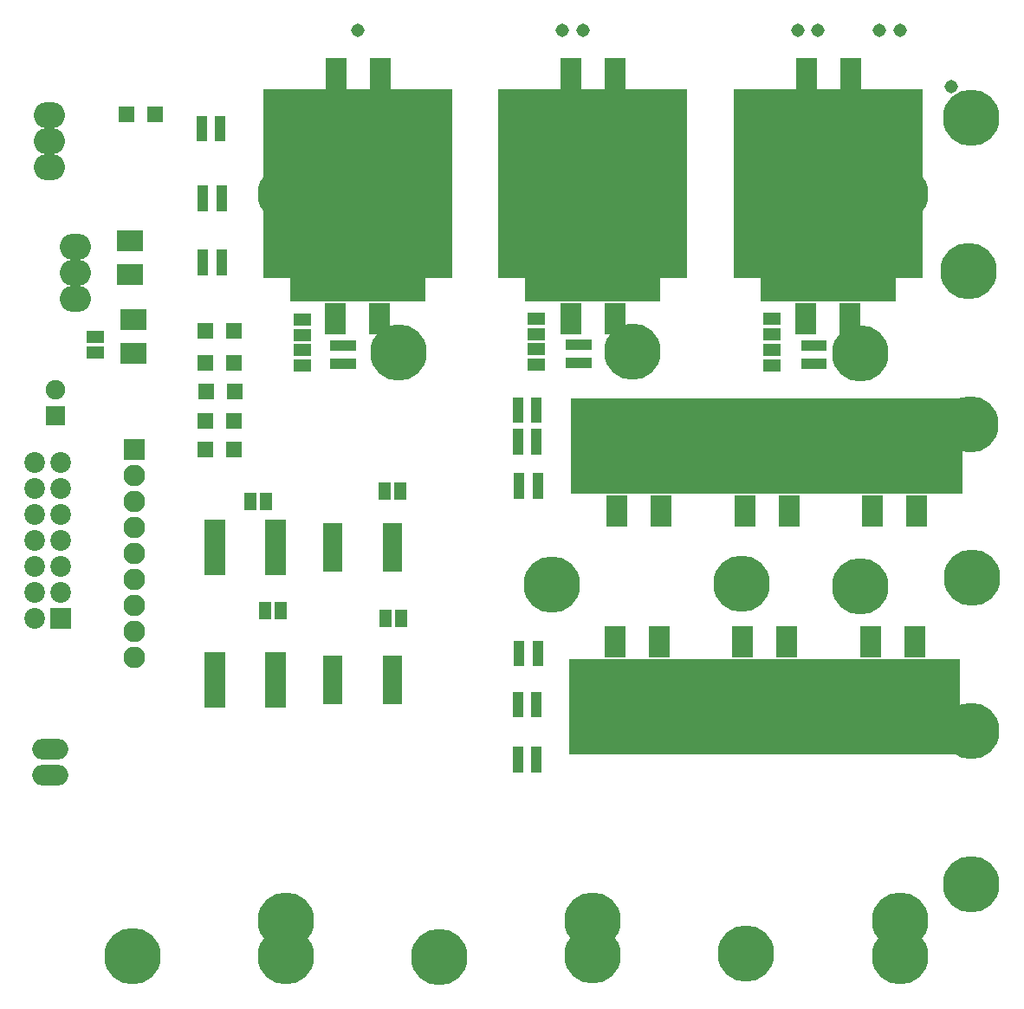
<source format=gts>
G04 #@! TF.FileFunction,Soldermask,Top*
%FSLAX46Y46*%
G04 Gerber Fmt 4.6, Leading zero omitted, Abs format (unit mm)*
G04 Created by KiCad (PCBNEW 4.0.7-e2-6376~58~ubuntu14.04.1) date Sun Jan 28 19:01:43 2018*
%MOMM*%
%LPD*%
G01*
G04 APERTURE LIST*
%ADD10C,0.150000*%
%ADD11R,1.143000X1.651000*%
%ADD12R,1.651000X1.143000*%
%ADD13R,2.540000X2.032000*%
%ADD14R,1.608000X1.608000*%
%ADD15R,2.028000X2.028000*%
%ADD16C,2.028000*%
%ADD17O,3.522980X2.014220*%
%ADD18R,1.905000X1.905000*%
%ADD19C,1.905000*%
%ADD20R,1.108000X1.108000*%
%ADD21R,1.108000X0.908000*%
%ADD22R,0.908000X1.108000*%
%ADD23R,2.108000X2.108000*%
%ADD24O,2.108000X2.108000*%
%ADD25R,2.008000X0.958000*%
%ADD26O,3.048000X2.540000*%
%ADD27C,5.508000*%
%ADD28C,1.308000*%
%ADD29R,2.032000X3.048000*%
%ADD30R,18.508000X18.508000*%
%ADD31C,1.508000*%
%ADD32R,13.208000X9.398000*%
%ADD33R,1.958000X0.958000*%
G04 APERTURE END LIST*
D10*
D11*
X71638000Y-98500000D03*
X73162000Y-98500000D03*
X60062000Y-99500000D03*
X58538000Y-99500000D03*
X61462000Y-110200000D03*
X59938000Y-110200000D03*
X71738000Y-111000000D03*
X73262000Y-111000000D03*
D12*
X43400000Y-83438000D03*
X43400000Y-84962000D03*
D13*
X46800000Y-77351000D03*
X46800000Y-74049000D03*
X47100000Y-81749000D03*
X47100000Y-85051000D03*
D14*
X54100000Y-82900000D03*
X56900000Y-82900000D03*
X54100000Y-86000000D03*
X56900000Y-86000000D03*
X54200000Y-88800000D03*
X57000000Y-88800000D03*
X46400000Y-61700000D03*
X49200000Y-61700000D03*
X54100000Y-91700000D03*
X56900000Y-91700000D03*
X54100000Y-94500000D03*
X56900000Y-94500000D03*
D15*
X40000000Y-111000000D03*
D16*
X37460000Y-111000000D03*
X40000000Y-108460000D03*
X37460000Y-108460000D03*
X40000000Y-105920000D03*
X37460000Y-105920000D03*
X40000000Y-103380000D03*
X37460000Y-103380000D03*
X40000000Y-100840000D03*
X37460000Y-100840000D03*
X40000000Y-98300000D03*
X37460000Y-98300000D03*
X40000000Y-95760000D03*
X37460000Y-95760000D03*
D17*
X39000000Y-123730000D03*
X39000000Y-126270000D03*
D18*
X39500000Y-91170000D03*
D19*
X39500000Y-88630000D03*
D20*
X84800000Y-97250000D03*
D21*
X84800000Y-98000000D03*
D20*
X84800000Y-98750000D03*
X86600000Y-98750000D03*
D21*
X86600000Y-98000000D03*
D20*
X86600000Y-97250000D03*
X84800000Y-113650000D03*
D21*
X84800000Y-114400000D03*
D20*
X84800000Y-115150000D03*
X86600000Y-115150000D03*
D21*
X86600000Y-114400000D03*
D20*
X86600000Y-113650000D03*
X53800000Y-62350000D03*
D21*
X53800000Y-63100000D03*
D20*
X53800000Y-63850000D03*
X55600000Y-63850000D03*
D21*
X55600000Y-63100000D03*
D20*
X55600000Y-62350000D03*
X84700000Y-92950000D03*
D21*
X84700000Y-93700000D03*
D20*
X84700000Y-94450000D03*
X86500000Y-94450000D03*
D21*
X86500000Y-93700000D03*
D20*
X86500000Y-92950000D03*
X84700000Y-118650000D03*
D21*
X84700000Y-119400000D03*
D20*
X84700000Y-120150000D03*
X86500000Y-120150000D03*
D21*
X86500000Y-119400000D03*
D20*
X86500000Y-118650000D03*
X53900000Y-69150000D03*
D21*
X53900000Y-69900000D03*
D20*
X53900000Y-70650000D03*
X55700000Y-70650000D03*
D21*
X55700000Y-69900000D03*
D20*
X55700000Y-69150000D03*
X84700000Y-89850000D03*
D21*
X84700000Y-90600000D03*
D20*
X84700000Y-91350000D03*
X86500000Y-91350000D03*
D21*
X86500000Y-90600000D03*
D20*
X86500000Y-89850000D03*
X84700000Y-124050000D03*
D21*
X84700000Y-124800000D03*
D20*
X84700000Y-125550000D03*
X86500000Y-125550000D03*
D21*
X86500000Y-124800000D03*
D20*
X86500000Y-124050000D03*
X53900000Y-75450000D03*
D21*
X53900000Y-76200000D03*
D20*
X53900000Y-76950000D03*
X55700000Y-76950000D03*
D21*
X55700000Y-76200000D03*
D20*
X55700000Y-75450000D03*
X68350000Y-84300000D03*
D22*
X67600000Y-84300000D03*
D20*
X66850000Y-84300000D03*
X66850000Y-86100000D03*
D22*
X67600000Y-86100000D03*
D20*
X68350000Y-86100000D03*
X91350000Y-84200000D03*
D22*
X90600000Y-84200000D03*
D20*
X89850000Y-84200000D03*
X89850000Y-86000000D03*
D22*
X90600000Y-86000000D03*
D20*
X91350000Y-86000000D03*
X114350000Y-84300000D03*
D22*
X113600000Y-84300000D03*
D20*
X112850000Y-84300000D03*
X112850000Y-86100000D03*
D22*
X113600000Y-86100000D03*
D20*
X114350000Y-86100000D03*
D12*
X63600000Y-86262000D03*
X63600000Y-84738000D03*
X86500000Y-86162000D03*
X86500000Y-84638000D03*
X109500000Y-86262000D03*
X109500000Y-84738000D03*
X63600000Y-81738000D03*
X63600000Y-83262000D03*
X86500000Y-81638000D03*
X86500000Y-83162000D03*
X109500000Y-81638000D03*
X109500000Y-83162000D03*
D23*
X47200000Y-94500000D03*
D24*
X47200000Y-97040000D03*
X47200000Y-99580000D03*
X47200000Y-102120000D03*
X47200000Y-104660000D03*
X47200000Y-107200000D03*
X47200000Y-109740000D03*
X47200000Y-112280000D03*
X47200000Y-114820000D03*
D25*
X55050000Y-101725000D03*
X55050000Y-102375000D03*
X55050000Y-103025000D03*
X55050000Y-103675000D03*
X55050000Y-104325000D03*
X55050000Y-104975000D03*
X55050000Y-105625000D03*
X55050000Y-106275000D03*
X60950000Y-106275000D03*
X60950000Y-105625000D03*
X60950000Y-104975000D03*
X60950000Y-104325000D03*
X60950000Y-103675000D03*
X60950000Y-103025000D03*
X60950000Y-102375000D03*
X60950000Y-101725000D03*
X55050000Y-114725000D03*
X55050000Y-115375000D03*
X55050000Y-116025000D03*
X55050000Y-116675000D03*
X55050000Y-117325000D03*
X55050000Y-117975000D03*
X55050000Y-118625000D03*
X55050000Y-119275000D03*
X60950000Y-119275000D03*
X60950000Y-118625000D03*
X60950000Y-117975000D03*
X60950000Y-117325000D03*
X60950000Y-116675000D03*
X60950000Y-116025000D03*
X60950000Y-115375000D03*
X60950000Y-114725000D03*
D26*
X38900000Y-64300000D03*
X38900000Y-66840000D03*
X38900000Y-61760000D03*
X41400000Y-77200000D03*
X41400000Y-79740000D03*
X41400000Y-74660000D03*
D27*
X62000000Y-140500000D03*
X62000000Y-69500000D03*
X95900000Y-84900000D03*
X106500000Y-107600000D03*
X73000000Y-85000000D03*
X88000000Y-107700000D03*
X118100000Y-85100000D03*
X118100000Y-107800000D03*
X122000000Y-140500000D03*
X122000000Y-69500000D03*
X122000000Y-144000000D03*
X107000000Y-143746000D03*
X92000000Y-143898400D03*
X77000000Y-144050800D03*
X62000000Y-144000000D03*
X47000000Y-144000000D03*
X129000000Y-62000000D03*
X128746000Y-77000000D03*
X128898400Y-92000000D03*
X129050800Y-107000000D03*
X129000000Y-122000000D03*
X129000000Y-137000000D03*
D28*
X69000000Y-53500000D03*
X91000000Y-53500000D03*
X114000000Y-53500000D03*
X120000000Y-53500000D03*
X122000000Y-53500000D03*
X89000000Y-53500000D03*
D27*
X92000000Y-140500000D03*
X92000000Y-69500000D03*
D28*
X127000000Y-59000000D03*
X112000000Y-53500000D03*
D29*
X71209800Y-57689600D03*
X66891800Y-57689600D03*
D30*
X69000000Y-68500000D03*
D31*
X75000000Y-62000000D03*
X63000000Y-62000000D03*
D29*
X94209800Y-57689600D03*
X89891800Y-57689600D03*
D30*
X92000000Y-68500000D03*
D31*
X98000000Y-62000000D03*
X86000000Y-62000000D03*
D29*
X117209800Y-57689600D03*
X112891800Y-57689600D03*
D30*
X115000000Y-68500000D03*
D31*
X121000000Y-62000000D03*
X109000000Y-62000000D03*
D29*
X66841000Y-81658000D03*
X71159000Y-81658000D03*
D32*
X69000000Y-75300000D03*
D31*
X74000000Y-75500000D03*
D29*
X89841000Y-81658000D03*
X94159000Y-81658000D03*
D32*
X92000000Y-75300000D03*
D31*
X97000000Y-75500000D03*
D29*
X112841000Y-81658000D03*
X117159000Y-81658000D03*
D32*
X115000000Y-75300000D03*
D31*
X120000000Y-75500000D03*
D29*
X94341000Y-100458000D03*
X98659000Y-100458000D03*
D32*
X96500000Y-94100000D03*
D31*
X101500000Y-94300000D03*
D29*
X106841000Y-100458000D03*
X111159000Y-100458000D03*
D32*
X109000000Y-94100000D03*
D31*
X114000000Y-94300000D03*
D29*
X119341000Y-100458000D03*
X123659000Y-100458000D03*
D32*
X121500000Y-94100000D03*
D31*
X126500000Y-94300000D03*
D29*
X98459000Y-113242000D03*
X94141000Y-113242000D03*
D32*
X96300000Y-119600000D03*
D31*
X91300000Y-119400000D03*
D29*
X110959000Y-113242000D03*
X106641000Y-113242000D03*
D32*
X108800000Y-119600000D03*
D31*
X103800000Y-119400000D03*
D29*
X123459000Y-113242000D03*
X119141000Y-113242000D03*
D32*
X121300000Y-119600000D03*
D31*
X116300000Y-119400000D03*
D33*
X66550000Y-102050000D03*
X66550000Y-102700000D03*
X66550000Y-103350000D03*
X66550000Y-104000000D03*
X66550000Y-104650000D03*
X66550000Y-105300000D03*
X66550000Y-105950000D03*
X72450000Y-105950000D03*
X72450000Y-105300000D03*
X72450000Y-104650000D03*
X72450000Y-104000000D03*
X72450000Y-103350000D03*
X72450000Y-102700000D03*
X72450000Y-102050000D03*
X66550000Y-115050000D03*
X66550000Y-115700000D03*
X66550000Y-116350000D03*
X66550000Y-117000000D03*
X66550000Y-117650000D03*
X66550000Y-118300000D03*
X66550000Y-118950000D03*
X72450000Y-118950000D03*
X72450000Y-118300000D03*
X72450000Y-117650000D03*
X72450000Y-117000000D03*
X72450000Y-116350000D03*
X72450000Y-115700000D03*
X72450000Y-115050000D03*
M02*

</source>
